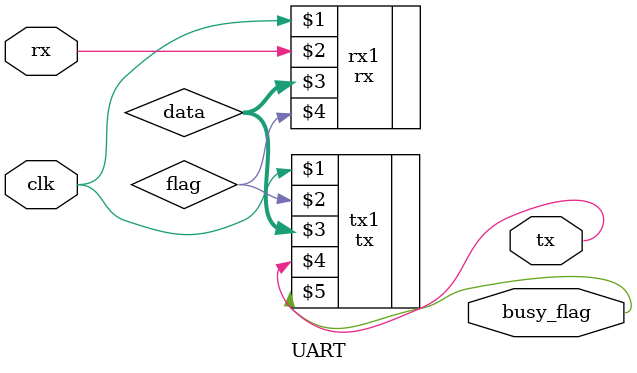
<source format=v>

module UART(
    input wire clk,
    input wire rx,
    output wire tx,
    output wire busy_flag
);

    wire flag;
    wire[7:0] data;

    tx tx1(clk, flag, data, tx, busy_flag);
    rx rx1(clk, rx, data, flag);
    
endmodule

</source>
